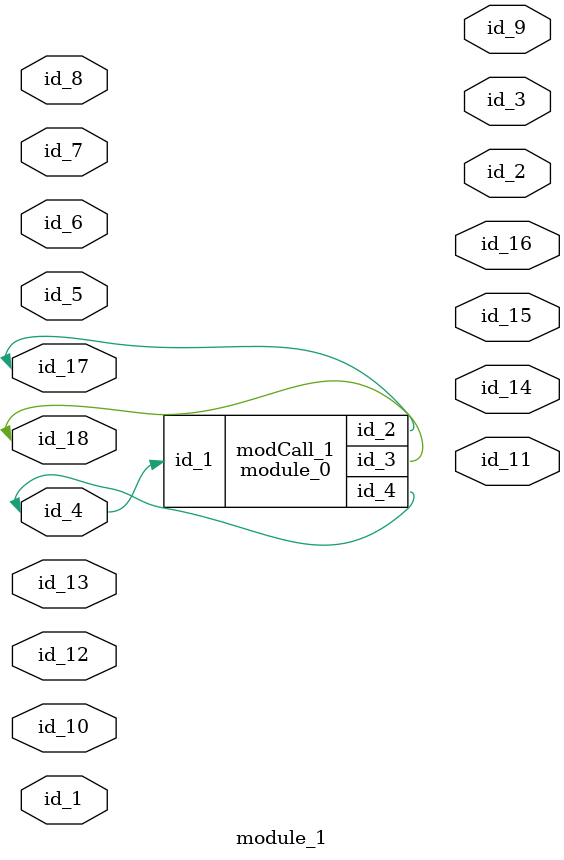
<source format=v>
module module_0 (
    id_1,
    id_2,
    id_3,
    id_4
);
  inout wire id_4;
  output wire id_3;
  inout wire id_2;
  input wire id_1;
  wire id_5;
  wire id_6;
endmodule
module module_1 (
    id_1,
    id_2,
    id_3,
    id_4,
    id_5,
    id_6,
    id_7,
    id_8,
    id_9,
    id_10,
    id_11,
    id_12,
    id_13,
    id_14,
    id_15,
    id_16,
    id_17,
    id_18
);
  inout wire id_18;
  inout wire id_17;
  output wire id_16;
  output wire id_15;
  output wire id_14;
  input wire id_13;
  inout wire id_12;
  output wire id_11;
  inout wire id_10;
  output wire id_9;
  inout wire id_8;
  input wire id_7;
  input wire id_6;
  input wire id_5;
  inout wire id_4;
  output wire id_3;
  output wire id_2;
  inout wire id_1;
  module_0 modCall_1 (
      id_4,
      id_17,
      id_18,
      id_4
  );
endmodule

</source>
